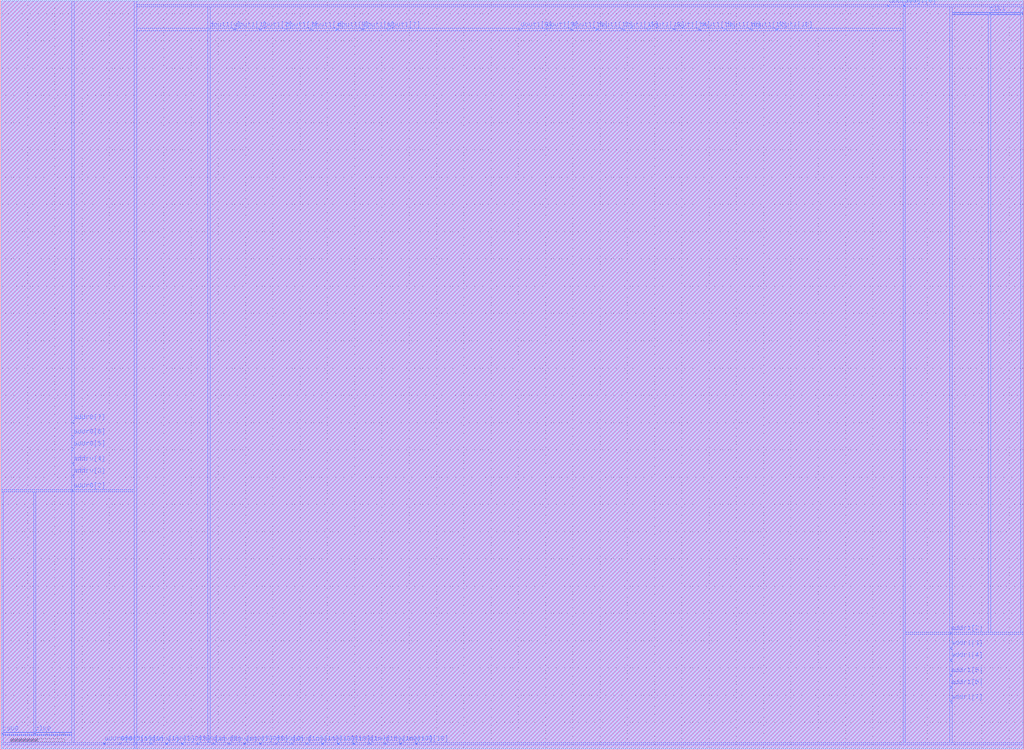
<source format=lef>
VERSION 5.4 ;
NAMESCASESENSITIVE ON ;
BUSBITCHARS "[]" ;
DIVIDERCHAR "/" ;
UNITS
  DATABASE MICRONS 2000 ;
END UNITS
MACRO sram_0rw1r1w_19_256_freepdk45
   CLASS BLOCK ;
   SIZE 187.705 BY 137.53 ;
   SYMMETRY X Y R90 ;
   PIN din0[0]
      DIRECTION INPUT ;
      PORT
         LAYER metal3 ;
         RECT  24.735 1.0375 24.87 1.1725 ;
      END
   END din0[0]
   PIN din0[1]
      DIRECTION INPUT ;
      PORT
         LAYER metal3 ;
         RECT  27.595 1.0375 27.73 1.1725 ;
      END
   END din0[1]
   PIN din0[2]
      DIRECTION INPUT ;
      PORT
         LAYER metal3 ;
         RECT  30.455 1.0375 30.59 1.1725 ;
      END
   END din0[2]
   PIN din0[3]
      DIRECTION INPUT ;
      PORT
         LAYER metal3 ;
         RECT  33.315 1.0375 33.45 1.1725 ;
      END
   END din0[3]
   PIN din0[4]
      DIRECTION INPUT ;
      PORT
         LAYER metal3 ;
         RECT  36.175 1.0375 36.31 1.1725 ;
      END
   END din0[4]
   PIN din0[5]
      DIRECTION INPUT ;
      PORT
         LAYER metal3 ;
         RECT  39.035 1.0375 39.17 1.1725 ;
      END
   END din0[5]
   PIN din0[6]
      DIRECTION INPUT ;
      PORT
         LAYER metal3 ;
         RECT  41.895 1.0375 42.03 1.1725 ;
      END
   END din0[6]
   PIN din0[7]
      DIRECTION INPUT ;
      PORT
         LAYER metal3 ;
         RECT  44.755 1.0375 44.89 1.1725 ;
      END
   END din0[7]
   PIN din0[8]
      DIRECTION INPUT ;
      PORT
         LAYER metal3 ;
         RECT  47.615 1.0375 47.75 1.1725 ;
      END
   END din0[8]
   PIN din0[9]
      DIRECTION INPUT ;
      PORT
         LAYER metal3 ;
         RECT  50.475 1.0375 50.61 1.1725 ;
      END
   END din0[9]
   PIN din0[10]
      DIRECTION INPUT ;
      PORT
         LAYER metal3 ;
         RECT  53.335 1.0375 53.47 1.1725 ;
      END
   END din0[10]
   PIN din0[11]
      DIRECTION INPUT ;
      PORT
         LAYER metal3 ;
         RECT  56.195 1.0375 56.33 1.1725 ;
      END
   END din0[11]
   PIN din0[12]
      DIRECTION INPUT ;
      PORT
         LAYER metal3 ;
         RECT  59.055 1.0375 59.19 1.1725 ;
      END
   END din0[12]
   PIN din0[13]
      DIRECTION INPUT ;
      PORT
         LAYER metal3 ;
         RECT  61.915 1.0375 62.05 1.1725 ;
      END
   END din0[13]
   PIN din0[14]
      DIRECTION INPUT ;
      PORT
         LAYER metal3 ;
         RECT  64.775 1.0375 64.91 1.1725 ;
      END
   END din0[14]
   PIN din0[15]
      DIRECTION INPUT ;
      PORT
         LAYER metal3 ;
         RECT  67.635 1.0375 67.77 1.1725 ;
      END
   END din0[15]
   PIN din0[16]
      DIRECTION INPUT ;
      PORT
         LAYER metal3 ;
         RECT  70.495 1.0375 70.63 1.1725 ;
      END
   END din0[16]
   PIN din0[17]
      DIRECTION INPUT ;
      PORT
         LAYER metal3 ;
         RECT  73.355 1.0375 73.49 1.1725 ;
      END
   END din0[17]
   PIN din0[18]
      DIRECTION INPUT ;
      PORT
         LAYER metal3 ;
         RECT  76.215 1.0375 76.35 1.1725 ;
      END
   END din0[18]
   PIN addr0[0]
      DIRECTION INPUT ;
      PORT
         LAYER metal3 ;
         RECT  19.015 1.0375 19.15 1.1725 ;
      END
   END addr0[0]
   PIN addr0[1]
      DIRECTION INPUT ;
      PORT
         LAYER metal3 ;
         RECT  21.875 1.0375 22.01 1.1725 ;
      END
   END addr0[1]
   PIN addr0[2]
      DIRECTION INPUT ;
      PORT
         LAYER metal3 ;
         RECT  13.295 47.4125 13.43 47.5475 ;
      END
   END addr0[2]
   PIN addr0[3]
      DIRECTION INPUT ;
      PORT
         LAYER metal3 ;
         RECT  13.295 50.1425 13.43 50.2775 ;
      END
   END addr0[3]
   PIN addr0[4]
      DIRECTION INPUT ;
      PORT
         LAYER metal3 ;
         RECT  13.295 52.3525 13.43 52.4875 ;
      END
   END addr0[4]
   PIN addr0[5]
      DIRECTION INPUT ;
      PORT
         LAYER metal3 ;
         RECT  13.295 55.0825 13.43 55.2175 ;
      END
   END addr0[5]
   PIN addr0[6]
      DIRECTION INPUT ;
      PORT
         LAYER metal3 ;
         RECT  13.295 57.2925 13.43 57.4275 ;
      END
   END addr0[6]
   PIN addr0[7]
      DIRECTION INPUT ;
      PORT
         LAYER metal3 ;
         RECT  13.295 60.0225 13.43 60.1575 ;
      END
   END addr0[7]
   PIN addr1[0]
      DIRECTION INPUT ;
      PORT
         LAYER metal3 ;
         RECT  165.695 136.3575 165.83 136.4925 ;
      END
   END addr1[0]
   PIN addr1[1]
      DIRECTION INPUT ;
      PORT
         LAYER metal3 ;
         RECT  162.835 136.3575 162.97 136.4925 ;
      END
   END addr1[1]
   PIN addr1[2]
      DIRECTION INPUT ;
      PORT
         LAYER metal3 ;
         RECT  174.275 21.2825 174.41 21.4175 ;
      END
   END addr1[2]
   PIN addr1[3]
      DIRECTION INPUT ;
      PORT
         LAYER metal3 ;
         RECT  174.275 18.5525 174.41 18.6875 ;
      END
   END addr1[3]
   PIN addr1[4]
      DIRECTION INPUT ;
      PORT
         LAYER metal3 ;
         RECT  174.275 16.3425 174.41 16.4775 ;
      END
   END addr1[4]
   PIN addr1[5]
      DIRECTION INPUT ;
      PORT
         LAYER metal3 ;
         RECT  174.275 13.6125 174.41 13.7475 ;
      END
   END addr1[5]
   PIN addr1[6]
      DIRECTION INPUT ;
      PORT
         LAYER metal3 ;
         RECT  174.275 11.4025 174.41 11.5375 ;
      END
   END addr1[6]
   PIN addr1[7]
      DIRECTION INPUT ;
      PORT
         LAYER metal3 ;
         RECT  174.275 8.6725 174.41 8.8075 ;
      END
   END addr1[7]
   PIN csb0
      DIRECTION INPUT ;
      PORT
         LAYER metal3 ;
         RECT  0.285 2.8225 0.42 2.9575 ;
      END
   END csb0
   PIN csb1
      DIRECTION INPUT ;
      PORT
         LAYER metal3 ;
         RECT  187.285 134.9825 187.42 135.1175 ;
      END
   END csb1
   PIN clk0
      DIRECTION INPUT ;
      PORT
         LAYER metal3 ;
         RECT  6.2475 2.9075 6.3825 3.0425 ;
      END
   END clk0
   PIN clk1
      DIRECTION INPUT ;
      PORT
         LAYER metal3 ;
         RECT  181.3225 134.8975 181.4575 135.0325 ;
      END
   END clk1
   PIN dout1[0]
      DIRECTION OUTPUT ;
      PORT
         LAYER metal3 ;
         RECT  38.215 131.995 38.35 132.13 ;
      END
   END dout1[0]
   PIN dout1[1]
      DIRECTION OUTPUT ;
      PORT
         LAYER metal3 ;
         RECT  42.915 131.995 43.05 132.13 ;
      END
   END dout1[1]
   PIN dout1[2]
      DIRECTION OUTPUT ;
      PORT
         LAYER metal3 ;
         RECT  47.615 131.995 47.75 132.13 ;
      END
   END dout1[2]
   PIN dout1[3]
      DIRECTION OUTPUT ;
      PORT
         LAYER metal3 ;
         RECT  52.315 131.995 52.45 132.13 ;
      END
   END dout1[3]
   PIN dout1[4]
      DIRECTION OUTPUT ;
      PORT
         LAYER metal3 ;
         RECT  57.015 131.995 57.15 132.13 ;
      END
   END dout1[4]
   PIN dout1[5]
      DIRECTION OUTPUT ;
      PORT
         LAYER metal3 ;
         RECT  61.715 131.995 61.85 132.13 ;
      END
   END dout1[5]
   PIN dout1[6]
      DIRECTION OUTPUT ;
      PORT
         LAYER metal3 ;
         RECT  66.415 131.995 66.55 132.13 ;
      END
   END dout1[6]
   PIN dout1[7]
      DIRECTION OUTPUT ;
      PORT
         LAYER metal3 ;
         RECT  71.115 131.995 71.25 132.13 ;
      END
   END dout1[7]
   PIN dout1[8]
      DIRECTION OUTPUT ;
      PORT
         LAYER metal3 ;
         RECT  95.32 131.995 95.455 132.13 ;
      END
   END dout1[8]
   PIN dout1[9]
      DIRECTION OUTPUT ;
      PORT
         LAYER metal3 ;
         RECT  100.02 131.995 100.155 132.13 ;
      END
   END dout1[9]
   PIN dout1[10]
      DIRECTION OUTPUT ;
      PORT
         LAYER metal3 ;
         RECT  104.72 131.995 104.855 132.13 ;
      END
   END dout1[10]
   PIN dout1[11]
      DIRECTION OUTPUT ;
      PORT
         LAYER metal3 ;
         RECT  109.42 131.995 109.555 132.13 ;
      END
   END dout1[11]
   PIN dout1[12]
      DIRECTION OUTPUT ;
      PORT
         LAYER metal3 ;
         RECT  114.12 131.995 114.255 132.13 ;
      END
   END dout1[12]
   PIN dout1[13]
      DIRECTION OUTPUT ;
      PORT
         LAYER metal3 ;
         RECT  118.82 131.995 118.955 132.13 ;
      END
   END dout1[13]
   PIN dout1[14]
      DIRECTION OUTPUT ;
      PORT
         LAYER metal3 ;
         RECT  123.52 131.995 123.655 132.13 ;
      END
   END dout1[14]
   PIN dout1[15]
      DIRECTION OUTPUT ;
      PORT
         LAYER metal3 ;
         RECT  128.22 131.995 128.355 132.13 ;
      END
   END dout1[15]
   PIN dout1[16]
      DIRECTION OUTPUT ;
      PORT
         LAYER metal3 ;
         RECT  132.92 131.995 133.055 132.13 ;
      END
   END dout1[16]
   PIN dout1[17]
      DIRECTION OUTPUT ;
      PORT
         LAYER metal3 ;
         RECT  137.62 131.995 137.755 132.13 ;
      END
   END dout1[17]
   PIN dout1[18]
      DIRECTION OUTPUT ;
      PORT
         LAYER metal3 ;
         RECT  142.32 131.995 142.455 132.13 ;
      END
   END dout1[18]
   PIN vdd
      DIRECTION INOUT ;
      USE POWER ; 
      SHAPE ABUTMENT ; 
      PORT
      END
   END vdd
   PIN gnd
      DIRECTION INOUT ;
      USE GROUND ; 
      SHAPE ABUTMENT ; 
      PORT
      END
   END gnd
   OBS
   LAYER  metal1 ;
      RECT  0.14 0.14 187.565 137.39 ;
   LAYER  metal2 ;
      RECT  0.14 0.14 187.565 137.39 ;
   LAYER  metal3 ;
      RECT  0.14 0.14 24.595 0.8975 ;
      RECT  24.595 0.14 25.01 0.8975 ;
      RECT  24.595 1.3125 25.01 137.39 ;
      RECT  25.01 0.14 187.565 0.8975 ;
      RECT  25.01 0.8975 27.455 1.3125 ;
      RECT  27.87 0.8975 30.315 1.3125 ;
      RECT  30.73 0.8975 33.175 1.3125 ;
      RECT  33.59 0.8975 36.035 1.3125 ;
      RECT  36.45 0.8975 38.895 1.3125 ;
      RECT  39.31 0.8975 41.755 1.3125 ;
      RECT  42.17 0.8975 44.615 1.3125 ;
      RECT  45.03 0.8975 47.475 1.3125 ;
      RECT  47.89 0.8975 50.335 1.3125 ;
      RECT  50.75 0.8975 53.195 1.3125 ;
      RECT  53.61 0.8975 56.055 1.3125 ;
      RECT  56.47 0.8975 58.915 1.3125 ;
      RECT  59.33 0.8975 61.775 1.3125 ;
      RECT  62.19 0.8975 64.635 1.3125 ;
      RECT  65.05 0.8975 67.495 1.3125 ;
      RECT  67.91 0.8975 70.355 1.3125 ;
      RECT  70.77 0.8975 73.215 1.3125 ;
      RECT  73.63 0.8975 76.075 1.3125 ;
      RECT  76.49 0.8975 187.565 1.3125 ;
      RECT  0.14 0.8975 18.875 1.3125 ;
      RECT  19.29 0.8975 21.735 1.3125 ;
      RECT  22.15 0.8975 24.595 1.3125 ;
      RECT  0.14 47.2725 13.155 47.6875 ;
      RECT  0.14 47.6875 13.155 137.39 ;
      RECT  13.155 1.3125 13.57 47.2725 ;
      RECT  13.57 1.3125 24.595 47.2725 ;
      RECT  13.57 47.2725 24.595 47.6875 ;
      RECT  13.57 47.6875 24.595 137.39 ;
      RECT  13.155 47.6875 13.57 50.0025 ;
      RECT  13.155 50.4175 13.57 52.2125 ;
      RECT  13.155 52.6275 13.57 54.9425 ;
      RECT  13.155 55.3575 13.57 57.1525 ;
      RECT  13.155 57.5675 13.57 59.8825 ;
      RECT  13.155 60.2975 13.57 137.39 ;
      RECT  25.01 136.6325 165.555 137.39 ;
      RECT  165.555 1.3125 165.97 136.2175 ;
      RECT  165.555 136.6325 165.97 137.39 ;
      RECT  165.97 136.2175 187.565 136.6325 ;
      RECT  165.97 136.6325 187.565 137.39 ;
      RECT  25.01 136.2175 162.695 136.6325 ;
      RECT  163.11 136.2175 165.555 136.6325 ;
      RECT  165.97 1.3125 174.135 21.1425 ;
      RECT  165.97 21.1425 174.135 21.5575 ;
      RECT  165.97 21.5575 174.135 136.2175 ;
      RECT  174.135 21.5575 174.55 136.2175 ;
      RECT  174.55 1.3125 187.565 21.1425 ;
      RECT  174.55 21.1425 187.565 21.5575 ;
      RECT  174.135 18.8275 174.55 21.1425 ;
      RECT  174.135 16.6175 174.55 18.4125 ;
      RECT  174.135 13.8875 174.55 16.2025 ;
      RECT  174.135 11.6775 174.55 13.4725 ;
      RECT  174.135 1.3125 174.55 8.5325 ;
      RECT  174.135 8.9475 174.55 11.2625 ;
      RECT  0.14 1.3125 0.145 2.6825 ;
      RECT  0.14 2.6825 0.145 3.0975 ;
      RECT  0.14 3.0975 0.145 47.2725 ;
      RECT  0.145 1.3125 0.56 2.6825 ;
      RECT  0.145 3.0975 0.56 47.2725 ;
      RECT  0.56 1.3125 13.155 2.6825 ;
      RECT  174.55 135.2575 187.145 136.2175 ;
      RECT  187.145 21.5575 187.56 134.8425 ;
      RECT  187.145 135.2575 187.56 136.2175 ;
      RECT  187.56 21.5575 187.565 134.8425 ;
      RECT  187.56 134.8425 187.565 135.2575 ;
      RECT  187.56 135.2575 187.565 136.2175 ;
      RECT  0.56 2.6825 6.1075 2.7675 ;
      RECT  0.56 2.7675 6.1075 3.0975 ;
      RECT  6.1075 2.6825 6.5225 2.7675 ;
      RECT  6.5225 2.6825 13.155 2.7675 ;
      RECT  6.5225 2.7675 13.155 3.0975 ;
      RECT  0.56 3.0975 6.1075 3.1825 ;
      RECT  0.56 3.1825 6.1075 47.2725 ;
      RECT  6.1075 3.1825 6.5225 47.2725 ;
      RECT  6.5225 3.0975 13.155 3.1825 ;
      RECT  6.5225 3.1825 13.155 47.2725 ;
      RECT  174.55 21.5575 181.1825 134.7575 ;
      RECT  174.55 134.7575 181.1825 134.8425 ;
      RECT  181.1825 21.5575 181.5975 134.7575 ;
      RECT  181.5975 21.5575 187.145 134.7575 ;
      RECT  181.5975 134.7575 187.145 134.8425 ;
      RECT  174.55 134.8425 181.1825 135.1725 ;
      RECT  174.55 135.1725 181.1825 135.2575 ;
      RECT  181.1825 135.1725 181.5975 135.2575 ;
      RECT  181.5975 134.8425 187.145 135.1725 ;
      RECT  181.5975 135.1725 187.145 135.2575 ;
      RECT  25.01 1.3125 38.075 131.855 ;
      RECT  25.01 131.855 38.075 132.27 ;
      RECT  25.01 132.27 38.075 136.2175 ;
      RECT  38.075 1.3125 38.49 131.855 ;
      RECT  38.075 132.27 38.49 136.2175 ;
      RECT  38.49 1.3125 165.555 131.855 ;
      RECT  38.49 132.27 165.555 136.2175 ;
      RECT  38.49 131.855 42.775 132.27 ;
      RECT  43.19 131.855 47.475 132.27 ;
      RECT  47.89 131.855 52.175 132.27 ;
      RECT  52.59 131.855 56.875 132.27 ;
      RECT  57.29 131.855 61.575 132.27 ;
      RECT  61.99 131.855 66.275 132.27 ;
      RECT  66.69 131.855 70.975 132.27 ;
      RECT  71.39 131.855 95.18 132.27 ;
      RECT  95.595 131.855 99.88 132.27 ;
      RECT  100.295 131.855 104.58 132.27 ;
      RECT  104.995 131.855 109.28 132.27 ;
      RECT  109.695 131.855 113.98 132.27 ;
      RECT  114.395 131.855 118.68 132.27 ;
      RECT  119.095 131.855 123.38 132.27 ;
      RECT  123.795 131.855 128.08 132.27 ;
      RECT  128.495 131.855 132.78 132.27 ;
      RECT  133.195 131.855 137.48 132.27 ;
      RECT  137.895 131.855 142.18 132.27 ;
      RECT  142.595 131.855 165.555 132.27 ;
   LAYER  metal4 ;
      RECT  0.14 0.14 187.565 137.39 ;
   END
END    sram_0rw1r1w_19_256_freepdk45
END    LIBRARY

</source>
